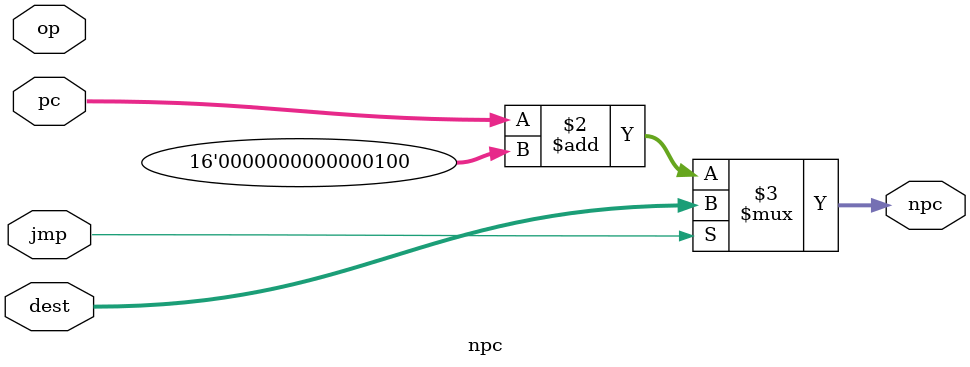
<source format=v>
`define NPC_PC4   3'b000
`define NPC_B     3'b010
`define NPC_J     3'b011   
`define NPC_JR    3'b100 

module npc(
    input  [31:0]        pc,
    input  [31:0]      dest,
    input               jmp, // 1 jmp 0 pc+4
    input  [2:0]         op,
    output [31:0]       npc      
);

assign npc = jmp == 1'b1 ? dest : (pc + 16'd4);

endmodule
</source>
